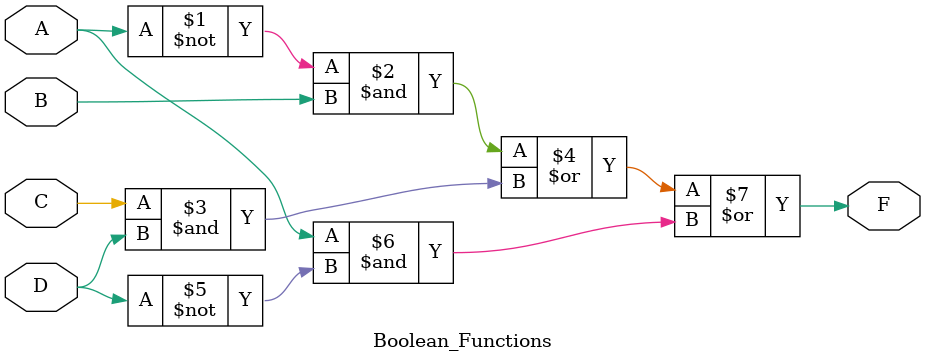
<source format=v>
module Boolean_Functions(
    input  wire A,
    input  wire B,
    input  wire C,
    input  wire D,
    output wire F
);

assign F = (~A & B) | (C & D) | (A & ~D);

endmodule
</source>
